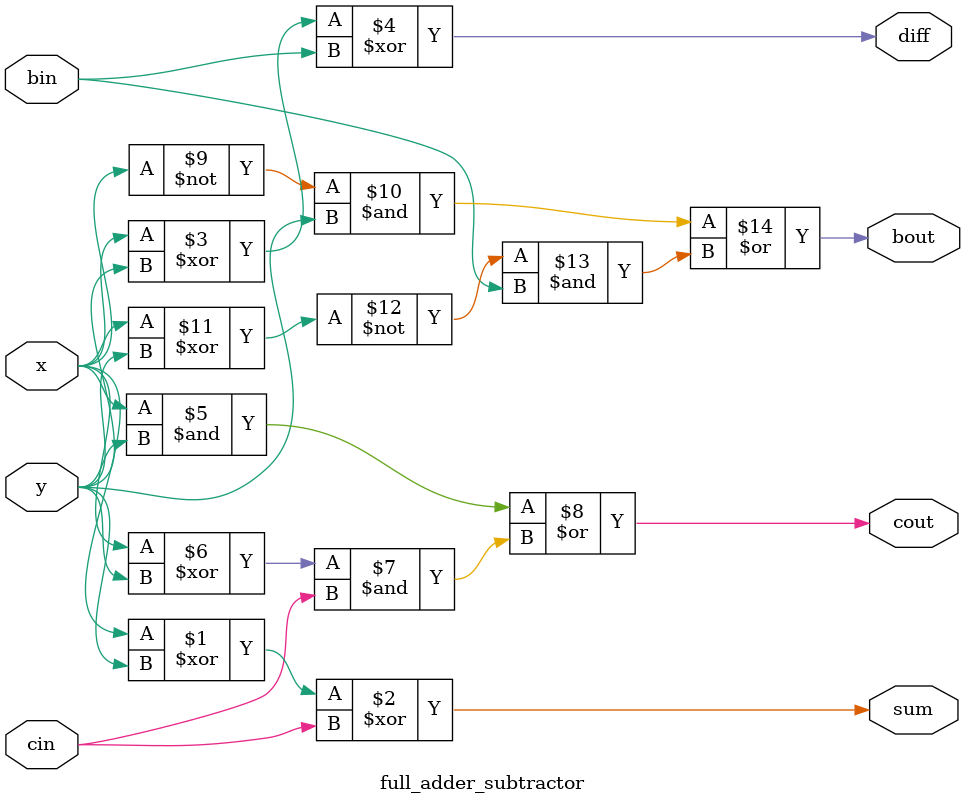
<source format=v>
`timescale 1ns / 1ps


module full_adder_subtractor(input x, y , input bin, cin, output sum, diff, output cout, bout);

assign sum = x ^ y ^ cin;
assign diff = x ^ y ^ bin;
assign cout = (x & y) | ((x ^ y) & cin);
assign bout = ((~x) & y) | ((~(x ^ y)) & bin);

endmodule

</source>
